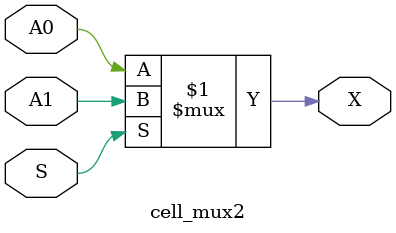
<source format=v>
`timescale 1ps/1ps
module cell_mux2
(
    input wire A0,
    input wire A1,
    input wire S,
    output wire X
);
    assign X = S ? A1 : A0;
endmodule

</source>
